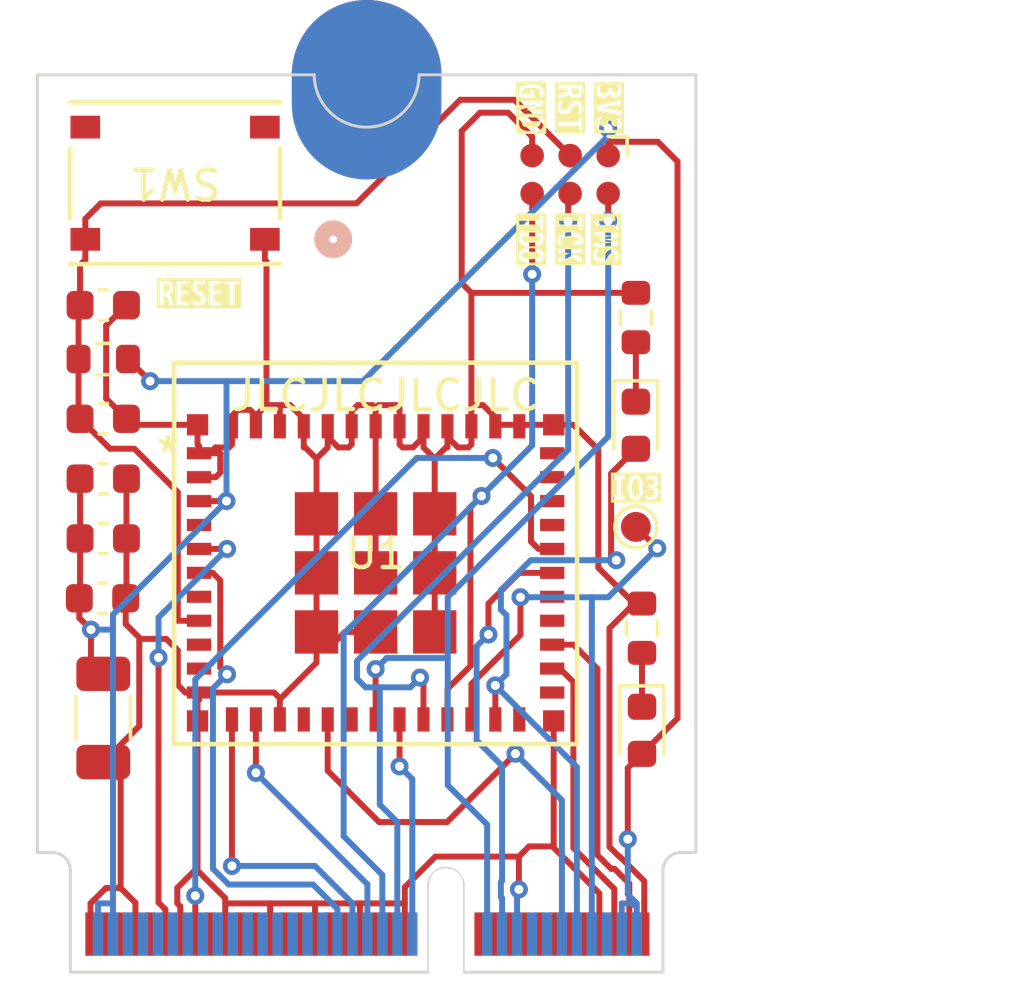
<source format=kicad_pcb>
(kicad_pcb (version 20240108) (generator "pcbnew") (generator_version "8.0")
  (layers (0 "F.Cu" signal) (31 "B.Cu" signal) (34 "B.Paste" user) (35 "F.Paste" user) (36 "B.SilkS" user "B.Silkscreen") (37 "F.SilkS" user "F.Silkscreen") (38 "B.Mask" user) (39 "F.Mask" user) (44 "Edge.Cuts" user))
  (net 0 "")
  (net 1 "GND")
  (net 2 "GPIO1")
  (net 3 "Net-(D1-K)")
  (net 4 "GPIO2")
  (net 5 "GPIO0")
  (net 6 "GPIO9")
  (net 7 "RST")
  (net 9 "GPIO8")
  (net 10 "+3V3")
  (net 12 "GPIO3")
  (net 24 "USB_D+")
  (net 28 "USB_D-")
  (net 49 "Net-(D2-K)")
  (net 52 "GPIO7")
  (net 55 "GPIO6")
  (net 56 "GPIO10")
  (net 58 "GPIO5")
  (net 60 "GPIO4")
  (net 70 "TXD0")
  (net 71 "RXD0")
  (footprint "ESP32-C3-MINI-1U-H4:ESP32-C3-MINI-1U_EXP" (layer "F.Cu") (at 166.7 74.5)
    (property "Reference" "U1")
    (property "Value" "ESP32-C3-MINI-1U-H4")
  )
  (footprint "Capacitor_SMD:C_0603_1608Metric" (layer "F.Cu") (at 157.6 74)
    (property "Reference" "C3" (hide yes))
    (property "Value" "1uF" (hide yes))
  )
  (footprint "Capacitor_SMD:C_1206_3216Metric" (layer "F.Cu") (at 157.6 80 -90)
    (property "Reference" "C1" (hide yes))
    (property "Value" "100uF" (hide yes))
  )
  (footprint "kibuzzard-67374800" (layer "F.Cu") (at 173.2 64 -90)
    (property "Reference" "kibuzzard-67374800" (hide yes))
    (property "Value" "G***" (hide yes))
  )
  (footprint "kibuzzard-67374758" (layer "F.Cu") (at 175.4 72.3)
    (property "Reference" "kibuzzard-67374758" (hide yes))
    (property "Value" "G***" (hide yes))
  )
  (footprint "kibuzzard-67374815" (layer "F.Cu") (at 171.9 64 -90)
    (property "Reference" "kibuzzard-67374815" (hide yes))
    (property "Value" "G***" (hide yes))
  )
  (footprint "Resistor_SMD:R_0603_1608Metric" (layer "F.Cu") (at 175.6 77 90)
    (property "Reference" "R1" (hide yes))
    (property "Value" "100" (hide yes))
  )
  (footprint "LED_SMD:LED_0603_1608Metric" (layer "F.Cu") (at 175.6 80.4125 -90)
    (property "Reference" "D1" (hide yes))
    (property "Value" "LED" (hide yes))
  )
  (footprint "kibuzzard-67374796" (layer "F.Cu") (at 160.8 65.8)
    (property "Reference" "kibuzzard-67374796" (hide yes))
    (property "Value" "G***" (hide yes))
  )
  (footprint "kibuzzard-673747CA" (layer "F.Cu") (at 171.9 59.6 -90)
    (property "Reference" "kibuzzard-673747CA" (hide yes))
    (property "Value" "G***" (hide yes))
  )
  (footprint "Capacitor_SMD:C_0603_1608Metric" (layer "F.Cu") (at 157.6 72)
    (property "Reference" "C4" (hide yes))
    (property "Value" "0.1uF" (hide yes))
  )
  (footprint "Resistor_SMD:R_0603_1608Metric" (layer "F.Cu") (at 157.6 68 180)
    (property "Reference" "R2" (hide yes))
    (property "Value" "10K" (hide yes))
  )
  (footprint "kibuzzard-673747DA" (layer "F.Cu") (at 173.2 59.6 -90)
    (property "Reference" "kibuzzard-673747DA" (hide yes))
    (property "Value" "G***" (hide yes))
  )
  (footprint "Switch:TS-1187A-B-A-B_XKB" (layer "F.Cu") (at 160 62.125 180)
    (property "Reference" "SW1")
    (property "Value" "SW_Push")
  )
  (footprint "Capacitor_SMD:C_0603_1608Metric" (layer "F.Cu") (at 157.575 76)
    (property "Reference" "C2" (hide yes))
    (property "Value" "1uF" (hide yes))
  )
  (footprint "LED_SMD:LED_0603_1608Metric" (layer "F.Cu") (at 175.3957 70.2139 -90)
    (property "Reference" "D2" (hide yes))
    (property "Value" "LED")
  )
  (footprint "kibuzzard-67374827" (layer "F.Cu") (at 174.4 64 -90)
    (property "Reference" "kibuzzard-67374827" (hide yes))
    (property "Value" "G***" (hide yes))
  )
  (footprint "Capacitor_SMD:C_0603_1608Metric" (layer "F.Cu") (at 157.6 70)
    (property "Reference" "C6" (hide yes))
    (property "Value" "1uF" (hide yes))
  )
  (footprint "TestPoint:TestPoint_Pad_D1.0mm" (layer "F.Cu") (at 175.3957 73.6139)
    (property "Reference" "TP1" (hide yes))
    (property "Value" "TestPoint" (hide yes))
  )
  (footprint "Resistor_SMD:R_0603_1608Metric" (layer "F.Cu") (at 175.3957 66.6139 90)
    (property "Reference" "R3" (hide yes))
    (property "Value" "100")
  )
  (footprint "M.2-Key-E-Footprints-master:2230-key-E" (layer "F.Cu") (at 154.4 57.5)
    (property "Reference" "J1" (hide yes))
    (property "Value" "Bus_M.2_Socket_E" (hide yes))
    (fp_line (start 1 1) (end 1 27) (stroke (width 0.1)) (layer "Edge.Cuts"))
    (fp_line (start 1 1) (end 10.25 1) (stroke (width 0.1)) (layer "Edge.Cuts"))
    (fp_line (start 1 27) (end 1.5 27) (stroke (width 0.1)) (layer "Edge.Cuts"))
    (fp_line (start 2.1 27.6) (end 2.1 31) (stroke (width 0.1)) (layer "Edge.Cuts"))
    (fp_line (start 2.1 31) (end 14.05 31) (stroke (width 0.1)) (layer "Edge.Cuts"))
    (fp_line (start 14.05 31) (end 14.05 28.1) (stroke (width 0.05)) (layer "Edge.Cuts"))
    (fp_line (start 15.25 28.1) (end 15.25 31) (stroke (width 0.05)) (layer "Edge.Cuts"))
    (fp_line (start 15.25 31) (end 21.9 31) (stroke (width 0.1)) (layer "Edge.Cuts"))
    (fp_line (start 21.9 27.6) (end 21.9 31) (stroke (width 0.1)) (layer "Edge.Cuts"))
    (fp_line (start 23 1) (end 13.75 1) (stroke (width 0.1)) (layer "Edge.Cuts"))
    (fp_line (start 23 1) (end 23 27) (stroke (width 0.1)) (layer "Edge.Cuts"))
    (fp_line (start 23 27) (end 22.5 27) (stroke (width 0.1)) (layer "Edge.Cuts"))
    (fp_arc (start 1.5 27) (mid 1.924264 27.175736) (end 2.1 27.6) (stroke (width 0.1)) (layer "Edge.Cuts"))
    (fp_arc (start 13.75 1) (mid 12 2.75) (end 10.25 1) (stroke (width 0.1)) (layer "Edge.Cuts"))
    (fp_arc (start 14.05 28.1) (mid 14.65 27.5) (end 15.25 28.1) (stroke (width 0.05)) (layer "Edge.Cuts"))
    (fp_arc (start 21.9 27.6) (mid 22.075736 27.175736) (end 22.5 27) (stroke (width 0.1)) (layer "Edge.Cuts"))
  )
  (footprint "Connector:Tag-Connect_TC2030-IDC-NL_2x03_P1.27mm_Vertical" (layer "F.Cu") (at 173.2 61.835 180)
    (property "Reference" "J2" (hide yes))
    (property "Value" "Conn_ARM_SWD_TagConnect_TC2030-NL")
  )
  (footprint "kibuzzard-673747B2" (layer "F.Cu") (at 174.5 59.6 -90)
    (property "Reference" "kibuzzard-673747B2" (hide yes))
    (property "Value" "G***" (hide yes))
  )
  (footprint "Capacitor_SMD:C_0603_1608Metric" (layer "F.Cu") (at 157.6 66.2)
    (property "Reference" "C5" (hide yes))
    (property "Value" "0.1uF" (hide yes))
  )
  (gr_text "JLCJLCJLCJLC" (at 161.8 69.8 0) (layer "F.SilkS") (effects (font (size 1 1)) (justify left bottom)))
  (segment (start 158.1817 82.0567) (end 157.6 81.475) (width 0.2) (layer "F.Cu") (net 1))
  (segment (start 169.5765 65.4654) (end 169.5765 60.3805) (width 0.2) (layer "F.Cu") (net 1))
  (segment (start 174.1392 71.0319) (end 174.1392 74.9762) (width 0.2) (layer "F.Cu") (net 1))
  (segment (start 171.93 60.5711) (end 171.93 61.2) (width 0.2) (layer "F.Cu") (net 1))
  (segment (start 164.675 86.1983) (end 166.175 86.1983) (width 0.2) (layer "F.Cu") (net 1))
  (segment (start 161.1541 71.15) (end 161.5081 71.15) (width 0.2) (layer "F.Cu") (net 1))
  (segment (start 163.175 87.225) (end 163.175 86.2991) (width 0.2) (layer "F.Cu") (net 1))
  (segment (start 167.500001 69.641901) (end 167.500001 70.25) (width 0.2) (layer "F.Cu") (net 1))
  (segment (start 160.3419 79.15) (end 160.0919 78.9) (width 0.2) (layer "F.Cu") (net 1))
  (segment (start 160.175 86.3) (end 160.0733 86.1983) (width 0.2) (layer "F.Cu") (net 1))
  (segment (start 160.8 79.3926) (end 160.8 79.15) (width 0.2) (layer "F.Cu") (net 1))
  (segment (start 164.725 77.125) (end 164.725 77.5459) (width 0.2) (layer "F.Cu") (net 1))
  (segment (start 162.7 70.25) (end 162.7 69.8959) (width 0.2) (layer "F.Cu") (net 1))
  (segment (start 158.375 75.975) (end 158.375 74) (width 0.2) (layer "F.Cu") (net 1))
  (segment (start 175.338 76.175) (end 174.5132 76.9998) (width 0.2) (layer "F.Cu") (net 1))
  (segment (start 166.7 77.125) (end 165.6744 77.125) (width 0.2) (layer "F.Cu") (net 1))
  (segment (start 164.6735 86.1983) (end 164.675 86.1998) (width 0.2) (layer "F.Cu") (net 1))
  (segment (start 166.7 70.25) (end 166.7 73.175) (width 0.2) (layer "F.Cu") (net 1))
  (segment (start 169.1 70.427) (end 169.1 70.25) (width 0.2) (layer "F.Cu") (net 1))
  (segment (start 171.4875 84.6348) (end 171.8285 84.2938) (width 0.2) (layer "F.Cu") (net 1))
  (segment (start 165.1 70.604) (end 165.1 70.9581) (width 0.2) (layer "F.Cu") (net 1))
  (segment (start 171.5 70.25) (end 171.5 70.2) (width 0.2) (layer "F.Cu") (net 1))
  (segment (start 161.1541 71.15) (end 161.346 70.9581) (width 0.2) (layer "F.Cu") (net 1))
  (segment (start 172.65 80.7573) (end 172.65 84.251) (width 0.2) (layer "F.Cu") (net 1))
  (segment (start 158.8027 80.2723) (end 157.6 81.475) (width 0.2) (layer "F.Cu") (net 1))
  (segment (start 160.7009 85.0516) (end 160.75 85.0025) (width 0.2) (layer "F.Cu") (net 1))
  (segment (start 164.675 87.225) (end 164.675 86.1998) (width 0.2) (layer "F.Cu") (net 1))
  (segment (start 158.8477 77.3587) (end 158.35 76.861) (width 0.2) (layer "F.Cu") (net 1))
  (segment (start 158.35 76) (end 158.375 75.975) (width 0.2) (layer "F.Cu") (net 1))
  (segment (start 168.3 70.604) (end 168.3 70.9581) (width 0.2) (layer "F.Cu") (net 1))
  (segment (start 160.8 71.15) (end 161.1541 71.15) (width 0.2) (layer "F.Cu") (net 1))
  (segment (start 165.899999 70.25) (end 165.899999 70.858101) (width 0.2) (layer "F.Cu") (net 1))
  (segment (start 158.1817 85.6849) (end 158.1817 82.0567) (width 0.2) (layer "F.Cu") (net 1))
  (segment (start 161.358099 71.950001) (end 161.5081 71.8) (width 0.2) (layer "F.Cu") (net 1))
  (segment (start 163.175 86.1998) (end 163.1765 86.1983) (width 0.2) (layer "F.Cu") (net 1))
  (segment (start 162.5041 69.7) (end 162.7 69.8959) (width 0.2) (layer "F.Cu") (net 1))
  (segment (start 163.5 70.25) (end 163.5 69.5419) (width 0.2) (layer "F.Cu") (net 1))
  (segment (start 160.0919 77.7419) (end 159.7087 77.3587) (width 0.2) (layer "F.Cu") (net 1))
  (segment (start 165.1 70.9581) (end 164.725 71.3331) (width 0.2) (layer "F.Cu") (net 1))
  (segment (start 165.4541 70.9581) (end 165.8 70.9581) (width 0.2) (layer "F.Cu") (net 1))
  (segment (start 162.1 69.7) (end 162.5041 69.7) (width 0.2) (layer "F.Cu") (net 1))
  (segment (start 160.800002 79.15) (end 160.3419 79.15) (width 0.2) (layer "F.Cu") (net 1))
  (segment (start 158.675 86.1782) (end 158.1817 85.6849) (width 0.2) (layer "F.Cu") (net 1))
  (segment (start 172.9787 70.2) (end 173.3073 70.2) (width 0.2) (layer "F.Cu") (net 1))
  (segment (start 164.725 75.15) (end 164.725 73.175) (width 0.2) (layer "F.Cu") (net 1))
  (segment (start 163.3081 79.15) (end 163.5 79.3419) (width 0.2) (layer "F.Cu") (net 1))
  (segment (start 158.1817 85.6849) (end 157.6884 85.6849) (width 0.2) (layer "F.Cu") (net 1))
  (segment (start 165.1 70.25) (end 165.1 70.604) (width 0.2) (layer "F.Cu") (net 1))
  (segment (start 168.675 77.125) (end 168.675 75.15) (width 0.2) (layer "F.Cu") (net 1))
  (segment (start 163.175 86.2991) (end 163.175 86.1998) (width 0.2) (layer "F.Cu") (net 1))
  (segment (start 165.899999 69.741901) (end 166.1 69.5419) (width 0.2) (layer "F.Cu") (net 1))
  (segment (start 163.054 64.7367) (end 163.054 69.5419) (width 0.2) (layer "F.Cu") (net 1))
  (segment (start 164.725 77.5459) (end 164.725 78.1506) (width 0.2) (layer "F.Cu") (net 1))
  (segment (start 160.0733 85.6792) (end 160.7009 85.0516) (width 0.2) (layer "F.Cu") (net 1))
  (segment (start 157.175 87.225) (end 157.175 86.1983) (width 0.2) (layer "F.Cu") (net 1))
  (segment (start 161.675 86.0258) (end 160.7009 85.0516) (width 0.2) (layer "F.Cu") (net 1))
  (segment (start 160.446 79.15) (end 160.8 79.15) (width 0.2) (layer "F.Cu") (net 1))
  (segment (start 169.9 70.25) (end 169.9 69.5419) (width 0.2) (layer "F.Cu") (net 1))
  (segment (start 165.899999 70.858101) (end 165.8 70.9581) (width 0.2) (layer "F.Cu") (net 1))
  (segment (start 161.9 69.9) (end 162.1 69.7) (width 0.2) (layer "F.Cu") (net 1))
  (segment (start 170.2888 69.5419) (end 170.7 69.9531) (width 0.2) (layer "F.Cu") (net 1))
  (segment (start 171.1267 59.7678) (end 171.93 60.5711) (width 0.2) (layer "F.Cu") (net 1))
  (segment (start 158.675 87.225) (end 158.675 86.1782) (width 0.2) (layer "F.Cu") (net 1))
  (segment (start 159.7087 77.3587) (end 158.8477 77.3587) (width 0.2) (layer "F.Cu") (net 1))
  (segment (start 161.675 87.225) (end 161.675 86.1983) (width 0.2) (layer "F.Cu") (net 1))
  (segment (start 166.7 69.6419) (end 166.6 69.5419) (width 0.2) (layer "F.Cu") (net 1))
  (segment (start 164.675 86.1998) (end 164.675 86.1983) (width 0.2) (layer "F.Cu") (net 1))
  (segment (start 163.175 86.1998) (end 163.175 86.1983) (width 0.2) (layer "F.Cu") (net 1))
  (segment (start 169.4541 70.9581) (end 169.8 70.9581) (width 0.2) (layer "F.Cu") (net 1))
  (segment (start 171.4875 85.7329) (end 171.4875 84.6348) (width 0.2) (layer "F.Cu") (net 1))
  (segment (start 168.3 70.604) (end 167.9459 70.9581) (width 0.2) (layer "F.Cu") (net 1))
  (segment (start 160.8 70.9073) (end 160.8 71.15) (width 0.2) (layer "F.Cu") (net 1))
  (segment (start 163.8419 69.5419) (end 164.3 70) (width 0.2) (layer "F.Cu") (net 1))
  (segment (start 167.500001 70.25) (end 167.500001 70.858101) (width 0.2) (layer "F.Cu") (net 1))
  (segment (start 170.7 69.9531) (end 170.7 70.2) (width 0.2) (layer "F.Cu") (net 1))
  (segment (start 164.725 78.1506) (end 163.5337 79.3419) (width 0.2) (layer "F.Cu") (net 1))
  (segment (start 164.3 70.9581) (end 164.35 70.9581) (width 0.2) (layer "F.Cu") (net 1))
  (segment (start 164.3 70.25) (end 164.3 70.9581) (width 0.2) (layer "F.Cu") (net 1))
  (segment (start 162.7 69.8959) (end 163.054 69.5419) (width 0.2) (layer "F.Cu") (net 1))
  (segment (start 171.8285 84.2938) (end 172.6072 84.2938) (width 0.2) (layer "F.Cu") (net 1))
  (segment (start 168.675 73.175) (end 168.675 75.15) (width 0.2) (layer "F.Cu") (net 1))
  (segment (start 170.1892 59.7678) (end 171.1267 59.7678) (width 0.2) (layer "F.Cu") (net 1))
  (segment (start 167.500001 70.858101) (end 167.6 70.9581) (width 0.2) (layer "F.Cu") (net 1))
  (segment (start 166.175 87.225) (end 166.175 86.3396) (width 0.2) (layer "F.Cu") (net 1))
  (segment (start 161.346 70.9581) (end 161.8 70.9581) (width 0.2) (layer "F.Cu") (net 1))
  (segment (start 174.5132 84.308) (end 174.8481 84.6429) (width 0.2) (layer "F.Cu") (net 1))
  (segment (start 158.8477 77.3587) (end 158.8027 77.4037) (width 0.2) (layer "F.Cu") (net 1))
  (segment (start 163.5337 79.3419) (end 163.5 79.3419) (width 0.2) (layer "F.Cu") (net 1))
  (segment (start 164.35 70.9581) (end 164.725 71.3331) (width 0.2) (layer "F.Cu") (net 1))
  (segment (start 166.7 73.175) (end 166.7 75.15) (width 0.2) (layer "F.Cu") (net 1))
  (segment (start 175.338 76.175) (end 175.6 76.175) (width 0.2) (layer "F.Cu") (net 1))
  (segment (start 169.05 70.9581) (end 168.675 71.3331) (width 0.2) (layer "F.Cu") (net 1))
  (segment (start 158.375 70) (end 158.575 70.2) (width 0.2) (layer "F.Cu") (net 1))
  (segment (start 171.5 70.2) (end 170.7 70.2) (width 0.2) (layer "F.Cu") (net 1))
  (segment (start 169.9 65.7889) (end 169.5765 65.4654) (width 0.2) (layer "F.Cu") (net 1))
  (segment (start 161.900002 70.25) (end 161.900002 70.858098) (width 0.2) (layer "F.Cu") (net 1))
  (segment (start 174.175 85.8616) (end 174.175 87.225) (width 0.2) (layer "F.Cu") (net 1))
  (segment (start 167.675 86.1983) (end 167.675 85.6577) (width 0.2) (layer "F.Cu") (net 1))
  (segment (start 161.5081 71.15) (end 161.5081 71.8) (width 0.2) (layer "F.Cu") (net 1))
  (segment (start 157.6969 66.8781) (end 157.6969 69.3219) (width 0.2) (layer "F.Cu") (net 1))
  (segment (start 163.5 80.05) (end 163.5 79.3419) (width 0.2) (layer "F.Cu") (net 1))
  (segment (start 164.3 70) (end 164.3 70.25) (width 0.2) (layer "F.Cu") (net 1))
  (segment (start 164.725 77.5459) (end 165.2535 77.5459) (width 0.2) (layer "F.Cu") (net 1))
  (segment (start 161.675 86.1983) (end 161.675 86.0258) (width 0.2) (layer "F.Cu") (net 1))
  (segment (start 165.899999 70.25) (end 165.899999 69.741901) (width 0.2) (layer "F.Cu") (net 1))
  (segment (start 163.1765 86.1983) (end 164.6735 86.1983) (width 0.2) (layer "F.Cu") (net 1))
  (segment (start 166.8 69.5419) (end 167.4 69.5419) (width 0.2) (layer "F.Cu") (net 1))
  (segment (start 163 64) (end 163 64.6827) (width 0.2) (layer "F.Cu") (net 1))
  (segment (start 169.1 70.9581) (end 169.05 70.9581) (width 0.2) (layer "F.Cu") (net 1))
  (segment (start 169.1 70.604) (end 169.4541 70.9581) (width 0.2) (layer "F.Cu") (net 1))
  (segment (start 167.675 85.6577) (end 168.6979 84.6348) (width 0.2) (layer "F.Cu") (net 1))
  (segment (start 163.5 69.5419) (end 163.8419 69.5419) (width 0.2) (layer "F.Cu") (net 1))
  (segment (start 160.800002 71.950001) (end 161.358099 71.950001) (width 0.2) (layer "F.Cu") (net 1))
  (segment (start 172.9787 70.2) (end 172.65 70.2) (width 0.2) (layer "F.Cu") (net 1))
  (segment (start 169.5765 60.3805) (end 170.1892 59.7678) (width 0.2) (layer "F.Cu") (net 1))
  (segment (start 168.3 70.25) (end 168.3 70.604) (width 0.2) (layer "F.Cu") (net 1))
  (segment (start 166.175 86.1983) (end 167.675 86.1983) (width 0.2) (layer "F.Cu") (net 1))
  (segment (start 172.65 80.1) (end 172.65 80.7573) (width 0.2) (layer "F.Cu") (net 1))
  (segment (start 163.054 69.5419) (end 163.5 69.5419) (width 0.2) (layer "F.Cu") (net 1))
  (segment (start 168.3 70.9581) (end 168.675 71.3331) (width 0.2) (layer "F.Cu") (net 1))
  (segment (start 160.75 79.4426) (end 160.8 79.3926) (width 0.2) (layer "F.Cu") (net 1))
  (segment (start 160.75 80.0999) (end 160.75 79.4426) (width 0.2) (layer "F.Cu") (net 1))
  (segment (start 158.8027 77.4037) (end 158.8027 80.2723) (width 0.2) (layer "F.Cu") (net 1))
  (segment (start 160.8 79.15) (end 163.3081 79.15) (width 0.2) (layer "F.Cu") (net 1))
  (segment (start 174.5132 76.9998) (end 174.5132 84.308) (width 0.2) (layer "F.Cu") (net 1))
  (segment (start 160.0919 78.9) (end 160.0919 77.7419) (width 0.2) (layer "F.Cu") (net 1))
  (segment (start 167.9459 70.9581) (end 167.6 70.9581) (width 0.2) (layer "F.Cu") (net 1))
  (segment (start 172.6072 84.2938) (end 174.175 85.8616) (width 0.2) (layer "F.Cu") (net 1))
  (segment (start 175.675 87.225) (end 175.675 86.1983) (width 0.2) (layer "F.Cu") (net 1))
  (segment (start 172.65 84.251) (end 172.6072 84.2938) (width 0.2) (layer "F.Cu") (net 1))
  (segment (start 167.675 87.225) (end 167.675 86.1983) (width 0.2) (layer "F.Cu") (net 1))
  (segment (start 166.7 70.25) (end 166.7 69.6419) (width 0.2) (layer "F.Cu") (net 1))
  (segment (start 170.7 70.2) (end 170.7 70.25) (width 0.2) (layer "F.Cu") (net 1))
  (segment (start 166.7 69.6419) (end 166.8 69.5419) (width 0.2) (layer "F.Cu") (net 1))
  (segment (start 174.1392 74.9762) (end 175.338 76.175) (width 0.2) (layer "F.Cu") (net 1))
  (segment (start 163.175 86.1983) (end 161.675 86.1983) (width 0.2) (layer "F.Cu") (net 1))
  (segment (start 164.725 77.125) (end 164.725 75.15) (width 0.2) (layer "F.Cu") (net 1))
  (segment (start 174.8659 84.6429) (end 175.675 85.452) (width 0.2) (layer "F.Cu") (net 1))
  (segment (start 169.899999 70.25) (end 169.899999 70.858101) (width 0.2) (layer "F.Cu") (net 1))
  (segment (start 169.899999 70.858101) (end 169.8 70.9581) (width 0.2) (layer "F.Cu") (net 1))
  (segment (start 158.375 74) (end 158.375 72) (width 0.2) (layer "F.Cu") (net 1))
  (segment (start 160.75 70.8573) (end 160.8 70.9073) (width 0.2) (layer "F.Cu") (net 1))
  (segment (start 160.75 85.0025) (end 160.75 80.0999) (width 0.2) (layer "F.Cu") (net 1))
  (segment (start 163 64.6827) (end 163.054 64.7367) (width 0.2) (layer "F.Cu") (net 1))
  (segment (start 161.900002 70.858098) (end 161.8 70.9581) (width 0.2) (layer "F.Cu") (net 1))
  (segment (start 169.9 69.5419) (end 170.2888 69.5419) (width 0.2) (layer "F.Cu") (net 1))
  (segment (start 160.0733 86.1983) (end 160.0733 85.6792) (width 0.2) (layer "F.Cu") (net 1))
  (segment (start 161.9 70.25) (end 161.9 69.9) (width 0.2) (layer "F.Cu") (net 1))
  (segment (start 173.3073 70.2) (end 174.1392 71.0319) (width 0.2) (layer "F.Cu") (net 1))
  (segment (start 172.65 70.2) (end 171.5 70.2) (width 0.2) (layer "F.Cu") (net 1))
  (segment (start 169.9 69.5419) (end 169.9 65.7889) (width 0.2) (layer "F.Cu") (net 1))
  (segment (start 166.175 86.3396) (end 166.175 86.1983) (width 0.2) (layer "F.Cu") (net 1))
  (segment (start 157.6969 69.3219) (end 158.375 70) (width 0.2) (layer "F.Cu") (net 1))
  (segment (start 160.75 70.2) (end 160.75 70.8573) (width 0.2) (layer "F.Cu") (net 1))
  (segment (start 169.1 70.604) (end 169.1 70.9581) (width 0.2) (layer "F.Cu") (net 1))
  (segment (start 168.6979 84.6348) (end 171.4875 84.6348) (width 0.2) (layer "F.Cu") (net 1))
  (segment (start 169.9 65.7889) (end 175.3957 65.7889) (width 0.2) (layer "F.Cu") (net 1))
  (segment (start 165.2535 77.5459) (end 165.6744 77.125) (width 0.2) (layer "F.Cu") (net 1))
  (segment (start 175.675 85.452) (end 175.675 86.1983) (width 0.2) (layer "F.Cu") (net 1))
  (segment (start 160.175 87.225) (end 160.175 86.3) (width 0.2) (layer "F.Cu") (net 1))
  (segment (start 174.8481 84.6429) (end 174.8659 84.6429) (width 0.2) (layer "F.Cu") (net 1))
  (segment (start 168.675 71.3331) (end 168.675 73.175) (width 0.2) (layer "F.Cu") (net 1))
  (segment (start 157.6884 85.6849) (end 157.175 86.1983) (width 0.2) (layer "F.Cu") (net 1))
  (segment (start 158.375 66.2) (end 157.6969 66.8781) (width 0.2) (layer "F.Cu") (net 1))
  (segment (start 158.35 76.861) (end 158.35 76) (width 0.2) (layer "F.Cu") (net 1))
  (segment (start 164.725 71.3331) (end 164.725 73.175) (width 0.2) (layer "F.Cu") (net 1))
  (segment (start 166.1 69.5419) (end 166.6 69.5419) (width 0.2) (layer "F.Cu") (net 1))
  (segment (start 158.575 70.2) (end 160.75 70.2) (width 0.2) (layer "F.Cu") (net 1))
  (segment (start 169.1 70.427) (end 169.1 70.604) (width 0.2) (layer "F.Cu") (net 1))
  (segment (start 167.4 69.5419) (end 167.500001 69.641901) (width 0.2) (layer "F.Cu") (net 1))
  (segment (start 165.1 70.604) (end 165.4541 70.9581) (width 0.2) (layer "F.Cu") (net 1))
  (via (at 171.4875 85.7329) (size 0.6) (drill 0.3) (layers "F.Cu" "B.Cu") (net 1))
  (segment (start 171.425 85.7954) (end 171.4875 85.7329) (width 0.2) (layer "B.Cu") (net 1))
  (segment (start 171.425 87.225) (end 171.425 85.7954) (width 0.2) (layer "B.Cu") (net 1))
  (segment (start 162.7 80.05) (end 162.7 81.8357) (width 0.2) (layer "F.Cu") (net 2))
  (via (at 162.7 81.8357) (size 0.6) (drill 0.3) (layers "F.Cu" "B.Cu") (net 2))
  (segment (start 166.425 87.225) (end 166.425 85.5607) (width 0.2) (layer "B.Cu") (net 2))
  (segment (start 166.425 85.5607) (end 162.7 81.8357) (width 0.2) (layer "B.Cu") (net 2))
  (segment (start 175.6 79.625) (end 175.6 77.825) (width 0.2) (layer "F.Cu") (net 3))
  (segment (start 159.675 86.3983) (end 159.4477 86.171) (width 0.2) (layer "F.Cu") (net 4))
  (segment (start 160.8 74.35) (end 161.7371 74.35) (width 0.2) (layer "F.Cu") (net 4))
  (segment (start 159.4477 86.171) (end 159.4477 77.9827) (width 0.2) (layer "F.Cu") (net 4))
  (segment (start 159.675 87.225) (end 159.675 86.3983) (width 0.2) (layer "F.Cu") (net 4))
  (via (at 159.4477 77.9827) (size 0.6) (drill 0.3) (layers "F.Cu" "B.Cu") (net 4))
  (via (at 161.7371 74.35) (size 0.6) (drill 0.3) (layers "F.Cu" "B.Cu") (net 4))
  (segment (start 161.7371 74.35) (end 159.4477 76.6394) (width 0.2) (layer "B.Cu") (net 4))
  (segment (start 159.4477 76.6394) (end 159.4477 77.9827) (width 0.2) (layer "B.Cu") (net 4))
  (segment (start 161.9 80.05) (end 161.9 84.9473) (width 0.2) (layer "F.Cu") (net 5))
  (via (at 161.9 84.9473) (size 0.6) (drill 0.3) (layers "F.Cu" "B.Cu") (net 5))
  (segment (start 164.674 84.9473) (end 161.9 84.9473) (width 0.2) (layer "B.Cu") (net 5))
  (segment (start 165.925 86.1983) (end 164.674 84.9473) (width 0.2) (layer "B.Cu") (net 5))
  (segment (start 165.925 87.225) (end 165.925 86.1983) (width 0.2) (layer "B.Cu") (net 5))
  (segment (start 174.5682 74.5544) (end 174.5682 71.8289) (width 0.2) (layer "F.Cu") (net 6))
  (segment (start 174.7412 74.7274) (end 174.5682 74.5544) (width 0.2) (layer "F.Cu") (net 6))
  (segment (start 174.5682 71.8289) (end 175.3957 71.0014) (width 0.2) (layer "F.Cu") (net 6))
  (segment (start 170.7 80.05) (end 170.7 78.9131) (width 0.2) (layer "F.Cu") (net 6))
  (via (at 174.7412 74.7274) (size 0.6) (drill 0.3) (layers "F.Cu" "B.Cu") (net 6))
  (via (at 170.7 78.9131) (size 0.6) (drill 0.3) (layers "F.Cu" "B.Cu") (net 6))
  (segment (start 170.8858 75.7244) (end 171.8828 74.7274) (width 0.2) (layer "B.Cu") (net 6))
  (segment (start 171.0716 78.5415) (end 171.0716 76.5649) (width 0.2) (layer "B.Cu") (net 6))
  (segment (start 173.425 87.225) (end 173.425 81.6381) (width 0.2) (layer "B.Cu") (net 6))
  (segment (start 171.0716 76.5649) (end 170.8858 76.3791) (width 0.2) (layer "B.Cu") (net 6))
  (segment (start 170.8858 76.3791) (end 170.8858 75.7244) (width 0.2) (layer "B.Cu") (net 6))
  (segment (start 171.8828 74.7274) (end 174.7412 74.7274) (width 0.2) (layer "B.Cu") (net 6))
  (segment (start 170.7 78.9131) (end 171.0716 78.5415) (width 0.2) (layer "B.Cu") (net 6))
  (segment (start 173.425 81.6381) (end 170.7 78.9131) (width 0.2) (layer "B.Cu") (net 6))
  (segment (start 157.825 71) (end 158.6382 71) (width 0.2) (layer "F.Cu") (net 7))
  (segment (start 156.999998 63.317302) (end 157.5173 62.8) (width 0.2) (layer "F.Cu") (net 7))
  (segment (start 169.526 59.3363) (end 171.3363 59.3363) (width 0.2) (layer "F.Cu") (net 7))
  (segment (start 156.775 68) (end 156.775 66.25) (width 0.2) (layer "F.Cu") (net 7))
  (segment (start 157.5173 62.8) (end 166.0623 62.8) (width 0.2) (layer "F.Cu") (net 7))
  (segment (start 156.775 68) (end 156.775 69.95) (width 0.2) (layer "F.Cu") (net 7))
  (segment (start 171.3363 59.3363) (end 173.2 61.2) (width 0.2) (layer "F.Cu") (net 7))
  (segment (start 157 64) (end 157 64.6827) (width 0.2) (layer "F.Cu") (net 7))
  (segment (start 156.825 66.2) (end 156.825 64.8577) (width 0.2) (layer "F.Cu") (net 7))
  (segment (start 156.775 66.25) (end 156.825 66.2) (width 0.2) (layer "F.Cu") (net 7))
  (segment (start 160.8 76.75) (end 160.0919 76.75) (width 0.2) (layer "F.Cu") (net 7))
  (segment (start 156.825 64.8577) (end 157 64.6827) (width 0.2) (layer "F.Cu") (net 7))
  (segment (start 166.0623 62.8) (end 169.526 59.3363) (width 0.2) (layer "F.Cu") (net 7))
  (segment (start 160.0919 72.4537) (end 160.0919 76.75) (width 0.2) (layer "F.Cu") (net 7))
  (segment (start 158.6382 71) (end 160.0919 72.4537) (width 0.2) (layer "F.Cu") (net 7))
  (segment (start 156.775 69.95) (end 156.825 70) (width 0.2) (layer "F.Cu") (net 7))
  (segment (start 156.825 70) (end 157.825 71) (width 0.2) (layer "F.Cu") (net 7))
  (segment (start 156.999998 64) (end 156.999998 63.317302) (width 0.2) (layer "F.Cu") (net 7))
  (segment (start 171.5395 75.9658) (end 171.5395 77.2228) (width 0.2) (layer "F.Cu") (net 9))
  (segment (start 169.9 78.8623) (end 169.9 79.3419) (width 0.2) (layer "F.Cu") (net 9))
  (segment (start 169.9 80.05) (end 169.9 79.3419) (width 0.2) (layer "F.Cu") (net 9))
  (segment (start 176.1097 74.3279) (end 175.3957 73.6139) (width 0.2) (layer "F.Cu") (net 9))
  (segment (start 171.5395 77.2228) (end 169.9 78.8623) (width 0.2) (layer "F.Cu") (net 9))
  (via (at 176.1097 74.3279) (size 0.6) (drill 0.3) (layers "F.Cu" "B.Cu") (net 9))
  (via (at 171.5395 75.9658) (size 0.6) (drill 0.3) (layers "F.Cu" "B.Cu") (net 9))
  (segment (start 176.1097 74.3279) (end 174.4718 75.9658) (width 0.2) (layer "B.Cu") (net 9))
  (segment (start 174.4718 75.9658) (end 173.925 75.9658) (width 0.2) (layer "B.Cu") (net 9))
  (segment (start 173.925 87.225) (end 173.925 75.9658) (width 0.2) (layer "B.Cu") (net 9))
  (segment (start 173.925 75.9658) (end 171.5395 75.9658) (width 0.2) (layer "B.Cu") (net 9))
  (segment (start 157.1903 77.0469) (end 157.1903 78.1153) (width 0.2) (layer "F.Cu") (net 10))
  (segment (start 174.47 60.74) (end 174.47 61.2) (width 0.2) (layer "F.Cu") (net 10))
  (segment (start 174.47 60.2919) (end 174.47 60.74) (width 0.2) (layer "F.Cu") (net 10))
  (segment (start 174.47 60.74) (end 176.1298 60.74) (width 0.2) (layer "F.Cu") (net 10))
  (segment (start 157.1903 78.1153) (end 157.6 78.525) (width 0.2) (layer "F.Cu") (net 10))
  (segment (start 156.825 74) (end 156.825 72) (width 0.2) (layer "F.Cu") (net 10))
  (segment (start 175.1263 81.6737) (end 175.1263 84.0525) (width 0.2) (layer "F.Cu") (net 10))
  (segment (start 156.8 76) (end 156.8 76.6566) (width 0.2) (layer "F.Cu") (net 10))
  (segment (start 176.787 80.013) (end 175.6 81.2) (width 0.2) (layer "F.Cu") (net 10))
  (segment (start 175.6 81.2) (end 175.1263 81.6737) (width 0.2) (layer "F.Cu") (net 10))
  (segment (start 176.1298 60.74) (end 176.787 61.3972) (width 0.2) (layer "F.Cu") (net 10))
  (segment (start 156.825 75.975) (end 156.825 74) (width 0.2) (layer "F.Cu") (net 10))
  (segment (start 176.787 61.3972) (end 176.787 80.013) (width 0.2) (layer "F.Cu") (net 10))
  (segment (start 156.8 76.6566) (end 157.1903 77.0469) (width 0.2) (layer "F.Cu") (net 10))
  (segment (start 158.425 68) (end 159.1657 68.7407) (width 0.2) (layer "F.Cu") (net 10))
  (segment (start 156.8 76) (end 156.825 75.975) (width 0.2) (layer "F.Cu") (net 10))
  (segment (start 161.718 72.75) (end 160.8 72.75) (width 0.2) (layer "F.Cu") (net 10))
  (via (at 161.718 72.75) (size 0.6) (drill 0.3) (layers "F.Cu" "B.Cu") (net 10))
  (via (at 175.1263 84.0525) (size 0.6) (drill 0.3) (layers "F.Cu" "B.Cu") (net 10))
  (via (at 174.47 60.2919) (size 0.6) (drill 0.3) (layers "F.Cu" "B.Cu") (net 10))
  (via (at 157.1903 77.0469) (size 0.6) (drill 0.3) (layers "F.Cu" "B.Cu") (net 10))
  (via (at 159.1657 68.7407) (size 0.6) (drill 0.3) (layers "F.Cu" "B.Cu") (net 10))
  (segment (start 175.425 86.7116) (end 175.425 86.3407) (width 0.2) (layer "B.Cu") (net 10))
  (segment (start 174.925 87.225) (end 174.925 86.1983) (width 0.2) (layer "B.Cu") (net 10))
  (segment (start 174.47 60.2919) (end 174.47 60.5455) (width 0.2) (layer "B.Cu") (net 10))
  (segment (start 157.925 77.0469) (end 157.1903 77.0469) (width 0.2) (layer "B.Cu") (net 10))
  (segment (start 175.425 86.1983) (end 175.1263 85.8996) (width 0.2) (layer "B.Cu") (net 10))
  (segment (start 175.425 86.3407) (end 175.2826 86.1983) (width 0.2) (layer "B.Cu") (net 10))
  (segment (start 157.425 87.225) (end 157.425 86.1983) (width 0.2) (layer "B.Cu") (net 10))
  (segment (start 157.925 86.1983) (end 157.925 77.0469) (width 0.2) (layer "B.Cu") (net 10))
  (segment (start 175.1263 85.8996) (end 175.1263 84.0525) (width 0.2) (layer "B.Cu") (net 10))
  (segment (start 175.2826 86.1983) (end 174.925 86.1983) (width 0.2) (layer "B.Cu") (net 10))
  (segment (start 157.925 87.225) (end 157.925 86.1983) (width 0.2) (layer "B.Cu") (net 10))
  (segment (start 157.925 86.1983) (end 157.425 86.1983) (width 0.2) (layer "B.Cu") (net 10))
  (segment (start 157.925 76.543) (end 161.718 72.75) (width 0.2) (layer "B.Cu") (net 10))
  (segment (start 161.718 68.7407) (end 159.1657 68.7407) (width 0.2) (layer "B.Cu") (net 10))
  (segment (start 157.925 77.0469) (end 157.925 76.543) (width 0.2) (layer "B.Cu") (net 10))
  (segment (start 166.2748 68.7407) (end 161.718 68.7407) (width 0.2) (layer "B.Cu") (net 10))
  (segment (start 174.47 60.5455) (end 166.2748 68.7407) (width 0.2) (layer "B.Cu") (net 10))
  (segment (start 175.425 87.225) (end 175.425 86.7116) (width 0.2) (layer "B.Cu") (net 10))
  (segment (start 161.718 68.7407) (end 161.718 72.75) (width 0.2) (layer "B.Cu") (net 10))
  (segment (start 175.425 86.3407) (end 175.425 86.1983) (width 0.2) (layer "B.Cu") (net 10))
  (segment (start 161.5081 75.4) (end 161.5081 78.3139) (width 0.2) (layer "F.Cu") (net 12))
  (segment (start 161.5081 78.3139) (end 161.735 78.5408) (width 0.2) (layer "F.Cu") (net 12))
  (segment (start 160.800002 75.15) (end 161.2581 75.15) (width 0.2) (layer "F.Cu") (net 12))
  (segment (start 161.2581 75.15) (end 161.5081 75.4) (width 0.2) (layer "F.Cu") (net 12))
  (via (at 161.735 78.5408) (size 0.6) (drill 0.3) (layers "F.Cu" "B.Cu") (net 12))
  (segment (start 165.425 86.3843) (end 164.6093 85.5686) (width 0.2) (layer "B.Cu") (net 12))
  (segment (start 161.7926 85.5686) (end 161.2653 85.0413) (width 0.2) (layer "B.Cu") (net 12))
  (segment (start 161.2653 79.0105) (end 161.735 78.5408) (width 0.2) (layer "B.Cu") (net 12))
  (segment (start 164.6093 85.5686) (end 161.7926 85.5686) (width 0.2) (layer "B.Cu") (net 12))
  (segment (start 161.2653 85.0413) (end 161.2653 79.0105) (width 0.2) (layer "B.Cu") (net 12))
  (segment (start 165.425 87.225) (end 165.425 86.3843) (width 0.2) (layer "B.Cu") (net 12))
  (segment (start 174.1115 78.3534) (end 173.3081 77.55) (width 0.2) (layer "F.Cu") (net 24))
  (segment (start 175.175 87.225) (end 175.175 85.5355) (width 0.2) (layer "F.Cu") (net 24))
  (segment (start 174.1115 84.5843) (end 174.1115 78.3534) (width 0.2) (layer "F.Cu") (net 24))
  (segment (start 174.6841 85.0446) (end 174.5718 85.0446) (width 0.2) (layer "F.Cu") (net 24))
  (segment (start 175.175 85.5355) (end 174.6841 85.0446) (width 0.2) (layer "F.Cu") (net 24))
  (segment (start 172.6 77.55) (end 173.3081 77.55) (width 0.2) (layer "F.Cu") (net 24))
  (segment (start 174.5718 85.0446) (end 174.1115 84.5843) (width 0.2) (layer "F.Cu") (net 24))
  (segment (start 172.858099 78.349999) (end 173.3081 78.8) (width 0.2) (layer "F.Cu") (net 28))
  (segment (start 172.599998 78.349999) (end 172.858099 78.349999) (width 0.2) (layer "F.Cu") (net 28))
  (segment (start 173.3081 84.3489) (end 173.3081 78.8) (width 0.2) (layer "F.Cu") (net 28))
  (segment (start 174.675 87.225) (end 174.675 85.7158) (width 0.2) (layer "F.Cu") (net 28))
  (segment (start 174.675 85.7158) (end 173.3081 84.3489) (width 0.2) (layer "F.Cu") (net 28))
  (segment (start 175.3957 69.4264) (end 175.3957 67.4389) (width 0.2) (layer "F.Cu") (net 49))
  (segment (start 169.8682 72.9528) (end 169.8682 78.2624) (width 0.2) (layer "F.Cu") (net 52))
  (segment (start 169.8682 78.2624) (end 169.1 79.0306) (width 0.2) (layer "F.Cu") (net 52))
  (segment (start 170.2397 72.5813) (end 169.8682 72.9528) (width 0.2) (layer "F.Cu") (net 52))
  (segment (start 169.1 79.0306) (end 169.1 80.05) (width 0.2) (layer "F.Cu") (net 52))
  (segment (start 171.93 62.47) (end 171.93 65.1675) (width 0.2) (layer "F.Cu") (net 52))
  (via (at 171.93 65.1675) (size 0.6) (drill 0.3) (layers "F.Cu" "B.Cu") (net 52))
  (via (at 170.2397 72.5813) (size 0.6) (drill 0.3) (layers "F.Cu" "B.Cu") (net 52))
  (segment (start 171.93 70.891) (end 170.2397 72.5813) (width 0.2) (layer "B.Cu") (net 52))
  (segment (start 171.93 65.1675) (end 171.93 70.891) (width 0.2) (layer "B.Cu") (net 52))
  (segment (start 165.6324 77.1886) (end 165.6324 83.9553) (width 0.2) (layer "B.Cu") (net 52))
  (segment (start 166.925 85.2479) (end 166.925 87.225) (width 0.2) (layer "B.Cu") (net 52))
  (segment (start 165.6324 83.9553) (end 166.925 85.2479) (width 0.2) (layer "B.Cu") (net 52))
  (segment (start 170.2397 72.5813) (end 165.6324 77.1886) (width 0.2) (layer "B.Cu") (net 52))
  (segment (start 168.1847 78.6514) (end 168.3 78.7667) (width 0.2) (layer "F.Cu") (net 55))
  (segment (start 173.2 62.47) (end 173.1329 62.5371) (width 0.2) (layer "F.Cu") (net 55))
  (segment (start 168.3 78.7667) (end 168.3 80.05) (width 0.2) (layer "F.Cu") (net 55))
  (segment (start 173.1329 62.5371) (end 173.1329 63.41) (width 0.2) (layer "F.Cu") (net 55))
  (via (at 168.1847 78.6514) (size 0.6) (drill 0.3) (layers "F.Cu" "B.Cu") (net 55))
  (via (at 173.1329 63.41) (size 0.6) (drill 0.3) (layers "F.Cu" "B.Cu") (net 55))
  (segment (start 166.8409 82.8969) (end 167.425 83.481) (width 0.2) (layer "B.Cu") (net 55))
  (segment (start 166.8409 78.9765) (end 166.8409 82.8969) (width 0.2) (layer "B.Cu") (net 55))
  (segment (start 167.8596 78.9765) (end 168.1847 78.6514) (width 0.2) (layer "B.Cu") (net 55))
  (segment (start 173.1329 63.41) (end 173.1329 71.0372) (width 0.2) (layer "B.Cu") (net 55))
  (segment (start 167.425 83.481) (end 167.425 87.225) (width 0.2) (layer "B.Cu") (net 55))
  (segment (start 173.1329 71.0372) (end 166.0783 78.0918) (width 0.2) (layer "B.Cu") (net 55))
  (segment (start 166.0783 78.0918) (end 166.0783 78.6906) (width 0.2) (layer "B.Cu") (net 55))
  (segment (start 166.0783 78.6906) (end 166.3642 78.9765) (width 0.2) (layer "B.Cu") (net 55))
  (segment (start 166.8409 78.9765) (end 167.8596 78.9765) (width 0.2) (layer "B.Cu") (net 55))
  (segment (start 166.3642 78.9765) (end 166.8409 78.9765) (width 0.2) (layer "B.Cu") (net 55))
  (segment (start 166.8141 83.479) (end 169.0886 83.479) (width 0.2) (layer "F.Cu") (net 56))
  (segment (start 165.1 81.7649) (end 166.8141 83.479) (width 0.2) (layer "F.Cu") (net 56))
  (segment (start 169.0886 83.479) (end 171.3719 81.1957) (width 0.2) (layer "F.Cu") (net 56))
  (segment (start 165.1 80.05) (end 165.1 81.7649) (width 0.2) (layer "F.Cu") (net 56))
  (via (at 171.3719 81.1957) (size 0.6) (drill 0.3) (layers "F.Cu" "B.Cu") (net 56))
  (segment (start 172.925 82.7488) (end 171.3719 81.1957) (width 0.2) (layer "B.Cu") (net 56))
  (segment (start 172.925 87.225) (end 172.925 82.7488) (width 0.2) (layer "B.Cu") (net 56))
  (segment (start 167.5 80.05) (end 167.5 81.6198) (width 0.2) (layer "F.Cu") (net 58))
  (via (at 167.5 81.6198) (size 0.6) (drill 0.3) (layers "F.Cu" "B.Cu") (net 58))
  (segment (start 167.925 87.225) (end 167.925 82.0448) (width 0.2) (layer "B.Cu") (net 58))
  (segment (start 167.925 82.0448) (end 167.5 81.6198) (width 0.2) (layer "B.Cu") (net 58))
  (segment (start 174.47 63.3843) (end 174.47 62.47) (width 0.2) (layer "F.Cu") (net 60))
  (segment (start 166.7 80.05) (end 166.7 78.3668) (width 0.2) (layer "F.Cu") (net 60))
  (via (at 174.47 63.3843) (size 0.6) (drill 0.3) (layers "F.Cu" "B.Cu") (net 60))
  (via (at 166.7 78.3668) (size 0.6) (drill 0.3) (layers "F.Cu" "B.Cu") (net 60))
  (segment (start 174.47 63.3843) (end 174.47 70.5968) (width 0.2) (layer "B.Cu") (net 60))
  (segment (start 169.1114 77.9965) (end 167.0703 77.9965) (width 0.2) (layer "B.Cu") (net 60))
  (segment (start 170.425 83.5628) (end 170.425 87.225) (width 0.2) (layer "B.Cu") (net 60))
  (segment (start 169.1114 77.9965) (end 169.1114 82.2492) (width 0.2) (layer "B.Cu") (net 60))
  (segment (start 167.0703 77.9965) (end 166.7 78.3668) (width 0.2) (layer "B.Cu") (net 60))
  (segment (start 169.1114 75.9554) (end 169.1114 77.9965) (width 0.2) (layer "B.Cu") (net 60))
  (segment (start 174.47 70.5968) (end 169.1114 75.9554) (width 0.2) (layer "B.Cu") (net 60))
  (segment (start 169.1114 82.2492) (end 170.425 83.5628) (width 0.2) (layer "B.Cu") (net 60))
  (segment (start 172.599998 74.349999) (end 172.141899 74.349999) (width 0.2) (layer "F.Cu") (net 70))
  (segment (start 160.675 87.225) (end 160.675 85.9438) (width 0.2) (layer "F.Cu") (net 70))
  (segment (start 172.141899 74.349999) (end 171.8919 74.1) (width 0.2) (layer "F.Cu") (net 70))
  (segment (start 170.6174 71.3091) (end 171.8919 72.5836) (width 0.2) (layer "F.Cu") (net 70))
  (segment (start 171.8919 72.5836) (end 171.8919 74.1) (width 0.2) (layer "F.Cu") (net 70))
  (via (at 160.675 85.9438) (size 0.6) (drill 0.3) (layers "F.Cu" "B.Cu") (net 70))
  (via (at 170.6174 71.3091) (size 0.6) (drill 0.3) (layers "F.Cu" "B.Cu") (net 70))
  (segment (start 160.675 85.9438) (end 160.675 78.7082) (width 0.2) (layer "B.Cu") (net 70))
  (segment (start 160.675 78.7082) (end 168.0741 71.3091) (width 0.2) (layer "B.Cu") (net 70))
  (segment (start 168.0741 71.3091) (end 170.6174 71.3091) (width 0.2) (layer "B.Cu") (net 70))
  (segment (start 170.4699 76.1783) (end 170.4699 77.2096) (width 0.2) (layer "F.Cu") (net 71))
  (segment (start 171.4982 75.15) (end 170.4699 76.1783) (width 0.2) (layer "F.Cu") (net 71))
  (segment (start 172.6 75.15) (end 171.4982 75.15) (width 0.2) (layer "F.Cu") (net 71))
  (via (at 170.4699 77.2096) (size 0.6) (drill 0.3) (layers "F.Cu" "B.Cu") (net 71))
  (segment (start 170.925 81.5996) (end 170.925 85.4446) (width 0.2) (layer "B.Cu") (net 71))
  (segment (start 170.0744 77.6051) (end 170.0744 80.749) (width 0.2) (layer "B.Cu") (net 71))
  (segment (start 170.0744 80.749) (end 170.925 81.5996) (width 0.2) (layer "B.Cu") (net 71))
  (segment (start 170.8858 85.4838) (end 170.8858 85.982) (width 0.2) (layer "B.Cu") (net 71))
  (segment (start 170.4699 77.2096) (end 170.0744 77.6051) (width 0.2) (layer "B.Cu") (net 71))
  (segment (start 170.8858 85.982) (end 170.925 86.0212) (width 0.2) (layer "B.Cu") (net 71))
  (segment (start 170.925 85.4446) (end 170.8858 85.4838) (width 0.2) (layer "B.Cu") (net 71))
  (segment (start 170.925 86.0212) (end 170.925 87.225) (width 0.2) (layer "B.Cu") (net 71))
)
</source>
